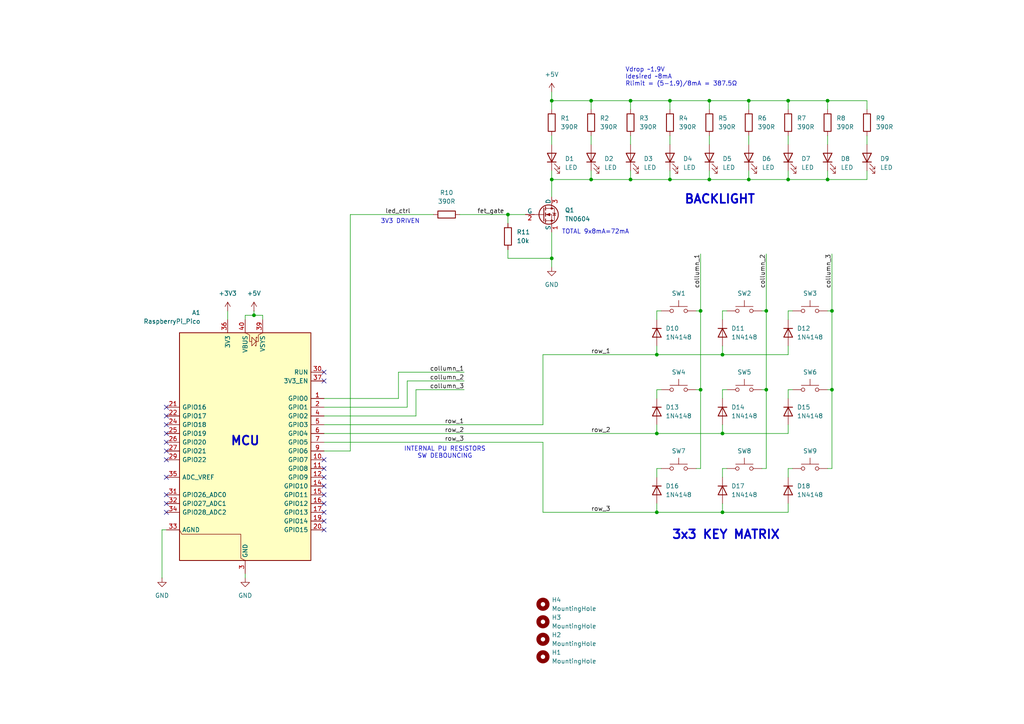
<source format=kicad_sch>
(kicad_sch (version 20250114) (generator "eeschema") (generator_version "9.0")
  (paper "A4")
  (title_block (title "${_PROJECT_}") (date "2025-05-21") (rev "${_REVISION_}") (company "${_COMPANY_}") (comment 1 "Designer: Rahma Ismail"))
  (lib_symbols
    (symbol "0_west_symbols:DIODE" (pin_numbers (hide yes)) (pin_names (offset 1.016) (hide yes))
      (property "Reference" "D" (at 0 2.54 0))
      (property "Value" "1N4148" (at 0 -2.54 0))
      (symbol "DIODE_0_1"
        (polyline (pts (xy -1.27 1.27) (xy -1.27 -1.27)) (stroke (width 0.254)))
        (polyline (pts (xy 1.27 1.27) (xy 1.27 -1.27) (xy -1.27 0) (xy 1.27 1.27)) (stroke (width 0.254)))
        (polyline (pts (xy 1.27 0) (xy -1.27 0)))
      )
      (symbol "DIODE_1_1"
        (pin passive line (at -3.81 0 0) (length 2.54) (name "K") (number "1"))
        (pin passive line (at 3.81 0 180) (length 2.54) (name "A") (number "2"))
      )
    )
    (symbol "0_west_symbols:LED" (pin_numbers (hide yes)) (pin_names (offset 1.016) (hide yes))
      (property "Reference" "D" (at 0 2.54 0))
      (property "Value" "LED" (at 0 -2.54 0))
      (symbol "LED_0_1"
        (polyline (pts (xy -3.048 -0.762) (xy -4.572 -2.286) (xy -3.81 -2.286) (xy -4.572 -2.286) (xy -4.572 -1.524)))
        (polyline (pts (xy -1.778 -0.762) (xy -3.302 -2.286) (xy -2.54 -2.286) (xy -3.302 -2.286) (xy -3.302 -1.524)))
        (polyline (pts (xy -1.27 0) (xy 1.27 0)))
        (polyline (pts (xy -1.27 -1.27) (xy -1.27 1.27)) (stroke (width 0.254)))
        (polyline (pts (xy 1.27 -1.27) (xy 1.27 1.27) (xy -1.27 0) (xy 1.27 -1.27)) (stroke (width 0.254)))
      )
      (symbol "LED_1_1"
        (pin passive line (at -3.81 0 0) (length 2.54) (name "K") (number "1"))
        (pin passive line (at 3.81 0 180) (length 2.54) (name "A") (number "2"))
      )
    )
    (symbol "0_west_symbols:NMOS" (pin_names (offset 0))
      (property "Reference" "Q" (at 5.08 1.27 0))
      (property "Value" "TN0604" (at 5.08 -1.27 0))
      (symbol "NMOS_0_1"
        (polyline (pts (xy 0.254 1.905) (xy 0.254 -1.905)) (stroke (width 0.254)))
        (polyline (pts (xy 0.254 0) (xy -2.54 0)))
        (polyline (pts (xy 0.762 2.286) (xy 0.762 1.27)) (stroke (width 0.254)))
        (polyline (pts (xy 0.762 0.508) (xy 0.762 -0.508)) (stroke (width 0.254)))
        (polyline (pts (xy 0.762 -1.27) (xy 0.762 -2.286)) (stroke (width 0.254)))
        (polyline (pts (xy 0.762 -1.778) (xy 3.302 -1.778) (xy 3.302 1.778) (xy 0.762 1.778)))
        (polyline (pts (xy 1.016 0) (xy 2.032 0.381) (xy 2.032 -0.381) (xy 1.016 0)) (fill (type outline)))
        (circle (center 1.651 0) (radius 2.794) (stroke (width 0.254)))
        (polyline (pts (xy 2.54 2.54) (xy 2.54 1.778)))
        (circle (center 2.54 1.778) (radius 0.254) (fill (type outline)))
        (circle (center 2.54 -1.778) (radius 0.254) (fill (type outline)))
        (polyline (pts (xy 2.54 -2.54) (xy 2.54 0) (xy 0.762 0)))
        (polyline (pts (xy 2.794 0.508) (xy 2.921 0.381) (xy 3.683 0.381) (xy 3.81 0.254)))
        (polyline (pts (xy 3.302 0.381) (xy 2.921 -0.254) (xy 3.683 -0.254) (xy 3.302 0.381)))
      )
      (symbol "NMOS_1_1"
        (pin input line (at -5.08 0 0) (length 2.54) (name "G") (number "2"))
        (pin passive line (at 2.54 5.08 270) (length 2.54) (name "D") (number "3"))
        (pin passive line (at 2.54 -5.08 90) (length 2.54) (name "S") (number "1"))
      )
    )
    (symbol "0_west_symbols:RaspberryPi_Pico" (pin_names (offset 0.762))
      (property "Reference" "A" (at -19.05 35.56 0))
      (property "Value" "RaspberryPi_Pico" (at 7.62 35.56 0))
      (symbol "RaspberryPi_Pico_0_1"
        (rectangle (start -19.05 34.29) (end 19.05 -31.75) (stroke (width 0.254)) (fill (type background)))
        (polyline (pts (xy -5.08 34.29) (xy -3.81 33.655) (xy -3.81 31.75) (xy -3.175 31.75)))
        (polyline (pts (xy -3.429 32.766) (xy -3.429 33.02) (xy -3.175 33.02) (xy -3.175 30.48) (xy -2.921 30.48) (xy -2.921 30.734)))
        (polyline (pts (xy -3.175 31.75) (xy -1.905 33.02) (xy -1.905 30.48) (xy -3.175 31.75)))
        (polyline (pts (xy 0 34.29) (xy -1.27 33.655) (xy -1.27 31.75) (xy -1.905 31.75)))
        (polyline (pts (xy 0 -31.75) (xy 1.27 -31.115) (xy 1.27 -24.13) (xy 18.415 -24.13) (xy 19.05 -22.86)))
      )
      (symbol "RaspberryPi_Pico_1_1"
        (pin passive line (at -22.86 22.86 0) (length 3.81) (name "RUN") (number "30"))
        (pin passive line (at -22.86 20.32 0) (length 3.81) (name "3V3_EN") (number "37"))
        (pin bidirectional line (at -22.86 15.24 0) (length 3.81) (name "GPIO0") (number "1"))
        (pin bidirectional line (at -22.86 12.7 0) (length 3.81) (name "GPIO1") (number "2"))
        (pin bidirectional line (at -22.86 10.16 0) (length 3.81) (name "GPIO2") (number "4"))
        (pin bidirectional line (at -22.86 7.62 0) (length 3.81) (name "GPIO3") (number "5"))
        (pin bidirectional line (at -22.86 5.08 0) (length 3.81) (name "GPIO4") (number "6"))
        (pin bidirectional line (at -22.86 2.54 0) (length 3.81) (name "GPIO5") (number "7"))
        (pin bidirectional line (at -22.86 0 0) (length 3.81) (name "GPIO6") (number "9"))
        (pin bidirectional line (at -22.86 -2.54 0) (length 3.81) (name "GPIO7") (number "10"))
        (pin bidirectional line (at -22.86 -5.08 0) (length 3.81) (name "GPIO8") (number "11"))
        (pin bidirectional line (at -22.86 -7.62 0) (length 3.81) (name "GPIO9") (number "12"))
        (pin bidirectional line (at -22.86 -10.16 0) (length 3.81) (name "GPIO10") (number "14"))
        (pin bidirectional line (at -22.86 -12.7 0) (length 3.81) (name "GPIO11") (number "15"))
        (pin bidirectional line (at -22.86 -15.24 0) (length 3.81) (name "GPIO12") (number "16"))
        (pin bidirectional line (at -22.86 -17.78 0) (length 3.81) (name "GPIO13") (number "17"))
        (pin bidirectional line (at -22.86 -20.32 0) (length 3.81) (name "GPIO14") (number "19"))
        (pin bidirectional line (at -22.86 -22.86 0) (length 3.81) (name "GPIO15") (number "20"))
        (pin power_in line (at -5.08 38.1 270) (length 3.81) (name "VSYS") (number "39"))
        (pin power_out line (at 0 38.1 270) (length 3.81) (name "VBUS") (number "40"))
        (pin passive line (at 0 -35.56 90) (length 3.81) (hide yes) (name "GND") (number "13"))
        (pin passive line (at 0 -35.56 90) (length 3.81) (hide yes) (name "GND") (number "18"))
        (pin passive line (at 0 -35.56 90) (length 3.81) (hide yes) (name "GND") (number "23"))
        (pin passive line (at 0 -35.56 90) (length 3.81) (hide yes) (name "GND") (number "28"))
        (pin power_out line (at 0 -35.56 90) (length 3.81) (name "GND") (number "3"))
        (pin passive line (at 0 -35.56 90) (length 3.81) (hide yes) (name "GND") (number "38"))
        (pin passive line (at 0 -35.56 90) (length 3.81) (hide yes) (name "GND") (number "8"))
        (pin power_out line (at 5.08 38.1 270) (length 3.81) (name "3V3") (number "36"))
        (pin bidirectional line (at 22.86 12.7 180) (length 3.81) (name "GPIO16") (number "21"))
        (pin bidirectional line (at 22.86 10.16 180) (length 3.81) (name "GPIO17") (number "22"))
        (pin bidirectional line (at 22.86 7.62 180) (length 3.81) (name "GPIO18") (number "24"))
        (pin bidirectional line (at 22.86 5.08 180) (length 3.81) (name "GPIO19") (number "25"))
        (pin bidirectional line (at 22.86 2.54 180) (length 3.81) (name "GPIO20") (number "26"))
        (pin bidirectional line (at 22.86 0 180) (length 3.81) (name "GPIO21") (number "27"))
        (pin bidirectional line (at 22.86 -2.54 180) (length 3.81) (name "GPIO22") (number "29"))
        (pin power_in line (at 22.86 -7.62 180) (length 3.81) (name "ADC_VREF") (number "35"))
        (pin bidirectional line (at 22.86 -12.7 180) (length 3.81) (name "GPIO26_ADC0") (number "31"))
        (pin bidirectional line (at 22.86 -15.24 180) (length 3.81) (name "GPIO27_ADC1") (number "32"))
        (pin bidirectional line (at 22.86 -17.78 180) (length 3.81) (name "GPIO28_ADC2") (number "34"))
        (pin power_out line (at 22.86 -22.86 180) (length 3.81) (name "AGND") (number "33"))
      )
    )
    (symbol "0_west_symbols:Resistor" (pin_numbers (hide yes)) (pin_names (offset 0))
      (property "Reference" "R" (at 2.032 0 90))
      (property "Value" "R" (at 0 0 90))
      (symbol "Resistor_0_1"
        (rectangle (start -1.016 -2.54) (end 1.016 2.54) (stroke (width 0.254)))
      )
      (symbol "Resistor_1_1"
        (pin passive line (at 0 3.81 270) (length 1.27) (name "~") (number "1"))
        (pin passive line (at 0 -3.81 90) (length 1.27) (name "~") (number "2"))
      )
    )
    (symbol "0_west_symbols:Switch_Push" (pin_numbers (hide yes)) (pin_names (offset 1.016) (hide yes))
      (property "Reference" "SW" (at 1.27 2.54 0))
      (symbol "Switch_Push_0_1"
        (circle (center -2.032 0) (radius 0.508))
        (polyline (pts (xy 0 1.27) (xy 0 3.048)))
        (circle (center 2.032 0) (radius 0.508))
        (polyline (pts (xy 2.54 1.27) (xy -2.54 1.27)))
        (pin passive line (at -5.08 0 0) (length 2.54) (name "1") (number "1"))
        (pin passive line (at 5.08 0 180) (length 2.54) (name "2") (number "2"))
      )
    )
    (symbol "Mechanical:MountingHole" (pin_names (offset 1.016)) (in_bom no)
      (property "Reference" "H" (at 0 5.08 0))
      (property "Value" "MountingHole" (at 0 3.175 0))
      (symbol "MountingHole_0_1"
        (circle (center 0 0) (radius 1.27) (stroke (width 1.27)))
      )
    )
    (symbol "power:+3V3" (power) (pin_numbers (hide yes)) (pin_names (offset 0) (hide yes))
      (property "Value" "+3V3" (at 0 3.556 0))
      (symbol "+3V3_0_1"
        (polyline (pts (xy -0.762 1.27) (xy 0 2.54)))
        (polyline (pts (xy 0 2.54) (xy 0.762 1.27)))
        (polyline (pts (xy 0 0) (xy 0 2.54)))
      )
      (symbol "+3V3_1_1"
        (pin power_in line (at 0 0 90) (length 0) (name "~") (number "1"))
      )
    )
    (symbol "power:+5V" (power) (pin_numbers (hide yes)) (pin_names (offset 0) (hide yes))
      (property "Value" "+5V" (at 0 3.556 0))
      (symbol "+5V_0_1"
        (polyline (pts (xy -0.762 1.27) (xy 0 2.54)))
        (polyline (pts (xy 0 2.54) (xy 0.762 1.27)))
        (polyline (pts (xy 0 0) (xy 0 2.54)))
      )
      (symbol "+5V_1_1"
        (pin power_in line (at 0 0 90) (length 0) (name "~") (number "1"))
      )
    )
    (symbol "power:GND" (power) (pin_numbers (hide yes)) (pin_names (offset 0) (hide yes))
      (property "Value" "GND" (at 0 -3.81 0))
      (symbol "GND_0_1"
        (polyline (pts (xy 0 0) (xy 0 -1.27) (xy 1.27 -1.27) (xy 0 -2.54) (xy -1.27 -1.27) (xy 0 -1.27)))
      )
      (symbol "GND_1_1"
        (pin power_in line (at 0 0 270) (length 0) (name "~") (number "1"))
      )
    )
  )
  (text "MCU" (at 71.12 128.016 0) (effects (font (size 2.54 2.54) (thickness 0.508) (bold yes))))
  (text "3V3 DRIVEN" (at 116.078 64.262 0) (effects (font (size 1.27 1.27))))
  (text "3x3 KEY MATRIX" (at 210.566 155.194 0) (effects (font (size 2.54 2.54) (thickness 0.508) (bold yes))))
  (text "BACKLIGHT" (at 208.788 57.912 0) (effects (font (size 2.54 2.54) (thickness 0.508) (bold yes))))
  (text "TOTAL 9x8mA=72mA" (at 172.72 67.31 0) (effects (font (size 1.27 1.27))))
  (text "Vdrop ~1.9V\nIdesired ~8mA\nRlimit = (5-1.9)/8mA = 387.5Ω" (at 181.356 22.352 0) (effects (font (size 1.27 1.27)) (justify left)))
  (text "INTERNAL PU RESISTORS\nSW DEBOUNCING" (at 129.032 131.318 0) (effects (font (size 1.27 1.27))))
  (junction (at 205.74 29.21))
  (junction (at 217.17 29.21))
  (junction (at 160.02 74.93))
  (junction (at 190.5 102.87))
  (junction (at 160.02 52.07))
  (junction (at 190.5 148.59))
  (junction (at 240.03 52.07))
  (junction (at 205.74 52.07))
  (junction (at 209.55 102.87))
  (junction (at 241.3 90.17))
  (junction (at 241.3 113.03))
  (junction (at 194.31 29.21))
  (junction (at 203.2 90.17))
  (junction (at 194.31 52.07))
  (junction (at 190.5 125.73))
  (junction (at 228.6 29.21))
  (junction (at 222.25 113.03))
  (junction (at 182.88 52.07))
  (junction (at 217.17 52.07))
  (junction (at 160.02 29.21))
  (junction (at 240.03 29.21))
  (junction (at 209.55 125.73))
  (junction (at 147.32 62.23))
  (junction (at 228.6 52.07))
  (junction (at 182.88 29.21))
  (junction (at 222.25 90.17))
  (junction (at 73.66 91.44))
  (junction (at 171.45 29.21))
  (junction (at 203.2 113.03))
  (junction (at 209.55 148.59))
  (junction (at 171.45 52.07))
  (no_connect (at 48.26 146.05))
  (no_connect (at 48.26 123.19))
  (no_connect (at 93.98 148.59))
  (no_connect (at 48.26 120.65))
  (no_connect (at 48.26 130.81))
  (no_connect (at 48.26 133.35))
  (no_connect (at 93.98 153.67))
  (no_connect (at 93.98 140.97))
  (no_connect (at 48.26 128.27))
  (no_connect (at 48.26 125.73))
  (no_connect (at 93.98 143.51))
  (no_connect (at 93.98 133.35))
  (no_connect (at 93.98 151.13))
  (no_connect (at 48.26 118.11))
  (no_connect (at 48.26 148.59))
  (no_connect (at 93.98 146.05))
  (no_connect (at 93.98 110.49))
  (no_connect (at 48.26 138.43))
  (no_connect (at 48.26 143.51))
  (no_connect (at 93.98 107.95))
  (no_connect (at 93.98 138.43))
  (no_connect (at 93.98 135.89))
  (wire (pts (xy 217.17 29.21) (xy 217.17 31.75)))
  (wire (pts (xy 209.55 123.19) (xy 209.55 125.73)))
  (wire (pts (xy 201.93 113.03) (xy 203.2 113.03)))
  (wire (pts (xy 209.55 90.17) (xy 210.82 90.17)))
  (wire (pts (xy 209.55 113.03) (xy 210.82 113.03)))
  (wire (pts (xy 160.02 52.07) (xy 160.02 57.15)))
  (wire (pts (xy 133.35 62.23) (xy 147.32 62.23)))
  (wire (pts (xy 209.55 125.73) (xy 228.6 125.73)))
  (wire (pts (xy 209.55 92.71) (xy 209.55 90.17)))
  (wire (pts (xy 171.45 29.21) (xy 171.45 31.75)))
  (wire (pts (xy 228.6 100.33) (xy 228.6 102.87)))
  (wire (pts (xy 203.2 90.17) (xy 203.2 113.03)))
  (wire (pts (xy 205.74 29.21) (xy 205.74 31.75)))
  (wire (pts (xy 171.45 52.07) (xy 182.88 52.07)))
  (wire (pts (xy 209.55 100.33) (xy 209.55 102.87)))
  (wire (pts (xy 160.02 29.21) (xy 171.45 29.21)))
  (wire (pts (xy 115.57 115.57) (xy 93.98 115.57)))
  (wire (pts (xy 46.99 167.64) (xy 46.99 153.67)))
  (wire (pts (xy 147.32 62.23) (xy 147.32 64.77)))
  (wire (pts (xy 241.3 73.66) (xy 241.3 90.17)))
  (wire (pts (xy 220.98 135.89) (xy 222.25 135.89)))
  (wire (pts (xy 115.57 107.95) (xy 115.57 115.57)))
  (wire (pts (xy 228.6 113.03) (xy 229.87 113.03)))
  (wire (pts (xy 101.6 62.23) (xy 125.73 62.23)))
  (wire (pts (xy 73.66 91.44) (xy 76.2 91.44)))
  (wire (pts (xy 228.6 90.17) (xy 229.87 90.17)))
  (wire (pts (xy 160.02 49.53) (xy 160.02 52.07)))
  (wire (pts (xy 222.25 90.17) (xy 222.25 113.03)))
  (wire (pts (xy 240.03 39.37) (xy 240.03 41.91)))
  (wire (pts (xy 190.5 125.73) (xy 209.55 125.73)))
  (wire (pts (xy 251.46 49.53) (xy 251.46 52.07)))
  (wire (pts (xy 120.65 120.65) (xy 93.98 120.65)))
  (wire (pts (xy 217.17 52.07) (xy 228.6 52.07)))
  (wire (pts (xy 147.32 72.39) (xy 147.32 74.93)))
  (wire (pts (xy 228.6 138.43) (xy 228.6 135.89)))
  (wire (pts (xy 201.93 90.17) (xy 203.2 90.17)))
  (wire (pts (xy 205.74 29.21) (xy 217.17 29.21)))
  (wire (pts (xy 240.03 29.21) (xy 240.03 31.75)))
  (wire (pts (xy 93.98 123.19) (xy 157.48 123.19)))
  (wire (pts (xy 228.6 39.37) (xy 228.6 41.91)))
  (wire (pts (xy 118.11 110.49) (xy 118.11 118.11)))
  (wire (pts (xy 228.6 135.89) (xy 229.87 135.89)))
  (wire (pts (xy 220.98 90.17) (xy 222.25 90.17)))
  (wire (pts (xy 217.17 49.53) (xy 217.17 52.07)))
  (wire (pts (xy 160.02 74.93) (xy 160.02 77.47)))
  (wire (pts (xy 171.45 49.53) (xy 171.45 52.07)))
  (wire (pts (xy 228.6 29.21) (xy 228.6 31.75)))
  (wire (pts (xy 160.02 29.21) (xy 160.02 31.75)))
  (wire (pts (xy 190.5 123.19) (xy 190.5 125.73)))
  (wire (pts (xy 71.12 166.37) (xy 71.12 167.64)))
  (wire (pts (xy 205.74 39.37) (xy 205.74 41.91)))
  (wire (pts (xy 46.99 153.67) (xy 48.26 153.67)))
  (wire (pts (xy 182.88 29.21) (xy 182.88 31.75)))
  (wire (pts (xy 182.88 29.21) (xy 194.31 29.21)))
  (wire (pts (xy 182.88 39.37) (xy 182.88 41.91)))
  (wire (pts (xy 160.02 52.07) (xy 171.45 52.07)))
  (wire (pts (xy 118.11 110.49) (xy 134.62 110.49)))
  (wire (pts (xy 66.04 90.17) (xy 66.04 92.71)))
  (wire (pts (xy 240.03 29.21) (xy 251.46 29.21)))
  (wire (pts (xy 182.88 49.53) (xy 182.88 52.07)))
  (wire (pts (xy 190.5 90.17) (xy 191.77 90.17)))
  (wire (pts (xy 209.55 135.89) (xy 210.82 135.89)))
  (wire (pts (xy 209.55 102.87) (xy 228.6 102.87)))
  (wire (pts (xy 160.02 26.67) (xy 160.02 29.21)))
  (wire (pts (xy 115.57 107.95) (xy 134.62 107.95)))
  (wire (pts (xy 241.3 90.17) (xy 241.3 113.03)))
  (wire (pts (xy 194.31 39.37) (xy 194.31 41.91)))
  (wire (pts (xy 147.32 74.93) (xy 160.02 74.93)))
  (wire (pts (xy 240.03 52.07) (xy 251.46 52.07)))
  (wire (pts (xy 251.46 29.21) (xy 251.46 31.75)))
  (wire (pts (xy 157.48 128.27) (xy 157.48 148.59)))
  (wire (pts (xy 160.02 67.31) (xy 160.02 74.93)))
  (wire (pts (xy 205.74 52.07) (xy 217.17 52.07)))
  (wire (pts (xy 228.6 29.21) (xy 240.03 29.21)))
  (wire (pts (xy 228.6 115.57) (xy 228.6 113.03)))
  (wire (pts (xy 251.46 39.37) (xy 251.46 41.91)))
  (wire (pts (xy 194.31 29.21) (xy 194.31 31.75)))
  (wire (pts (xy 190.5 138.43) (xy 190.5 135.89)))
  (wire (pts (xy 228.6 52.07) (xy 240.03 52.07)))
  (wire (pts (xy 201.93 135.89) (xy 203.2 135.89)))
  (wire (pts (xy 220.98 113.03) (xy 222.25 113.03)))
  (wire (pts (xy 240.03 90.17) (xy 241.3 90.17)))
  (wire (pts (xy 160.02 39.37) (xy 160.02 41.91)))
  (wire (pts (xy 228.6 146.05) (xy 228.6 148.59)))
  (wire (pts (xy 190.5 100.33) (xy 190.5 102.87)))
  (wire (pts (xy 157.48 123.19) (xy 157.48 102.87)))
  (wire (pts (xy 190.5 102.87) (xy 209.55 102.87)))
  (wire (pts (xy 240.03 135.89) (xy 241.3 135.89)))
  (wire (pts (xy 228.6 92.71) (xy 228.6 90.17)))
  (wire (pts (xy 241.3 113.03) (xy 241.3 135.89)))
  (wire (pts (xy 222.25 73.66) (xy 222.25 90.17)))
  (wire (pts (xy 190.5 113.03) (xy 191.77 113.03)))
  (wire (pts (xy 203.2 73.66) (xy 203.2 90.17)))
  (wire (pts (xy 171.45 29.21) (xy 182.88 29.21)))
  (wire (pts (xy 93.98 125.73) (xy 190.5 125.73)))
  (wire (pts (xy 101.6 130.81) (xy 101.6 62.23)))
  (wire (pts (xy 205.74 49.53) (xy 205.74 52.07)))
  (wire (pts (xy 152.4 62.23) (xy 147.32 62.23)))
  (wire (pts (xy 194.31 49.53) (xy 194.31 52.07)))
  (wire (pts (xy 194.31 29.21) (xy 205.74 29.21)))
  (wire (pts (xy 190.5 92.71) (xy 190.5 90.17)))
  (wire (pts (xy 222.25 113.03) (xy 222.25 135.89)))
  (wire (pts (xy 240.03 49.53) (xy 240.03 52.07)))
  (wire (pts (xy 71.12 92.71) (xy 71.12 91.44)))
  (wire (pts (xy 118.11 118.11) (xy 93.98 118.11)))
  (wire (pts (xy 93.98 128.27) (xy 157.48 128.27)))
  (wire (pts (xy 93.98 130.81) (xy 101.6 130.81)))
  (wire (pts (xy 73.66 90.17) (xy 73.66 91.44)))
  (wire (pts (xy 71.12 91.44) (xy 73.66 91.44)))
  (wire (pts (xy 194.31 52.07) (xy 205.74 52.07)))
  (wire (pts (xy 157.48 148.59) (xy 190.5 148.59)))
  (wire (pts (xy 209.55 138.43) (xy 209.55 135.89)))
  (wire (pts (xy 209.55 146.05) (xy 209.55 148.59)))
  (wire (pts (xy 209.55 148.59) (xy 228.6 148.59)))
  (wire (pts (xy 190.5 148.59) (xy 209.55 148.59)))
  (wire (pts (xy 76.2 91.44) (xy 76.2 92.71)))
  (wire (pts (xy 157.48 102.87) (xy 190.5 102.87)))
  (wire (pts (xy 209.55 115.57) (xy 209.55 113.03)))
  (wire (pts (xy 190.5 115.57) (xy 190.5 113.03)))
  (wire (pts (xy 171.45 39.37) (xy 171.45 41.91)))
  (wire (pts (xy 240.03 113.03) (xy 241.3 113.03)))
  (wire (pts (xy 190.5 135.89) (xy 191.77 135.89)))
  (wire (pts (xy 203.2 113.03) (xy 203.2 135.89)))
  (wire (pts (xy 120.65 113.03) (xy 120.65 120.65)))
  (wire (pts (xy 228.6 123.19) (xy 228.6 125.73)))
  (wire (pts (xy 190.5 146.05) (xy 190.5 148.59)))
  (wire (pts (xy 182.88 52.07) (xy 194.31 52.07)))
  (wire (pts (xy 120.65 113.03) (xy 134.62 113.03)))
  (wire (pts (xy 217.17 39.37) (xy 217.17 41.91)))
  (wire (pts (xy 217.17 29.21) (xy 228.6 29.21)))
  (wire (pts (xy 228.6 49.53) (xy 228.6 52.07)))
  (label "led_ctrl" (at 111.76 62.23 0))
  (label "collumn_2" (at 134.62 110.49 180))
  (label "collumn_3" (at 241.3 73.66 270))
  (label "row_3" (at 134.62 128.27 180))
  (label "row_3" (at 171.45 148.59 0))
  (label "row_1" (at 134.62 123.19 180))
  (label "row_2" (at 171.45 125.73 0))
  (label "fet_gate" (at 138.43 62.23 0))
  (label "collumn_2" (at 222.25 73.66 270))
  (label "collumn_1" (at 203.2 73.66 270))
  (label "collumn_1" (at 134.62 107.95 180))
  (label "row_2" (at 134.62 125.73 180))
  (label "row_1" (at 171.45 102.87 0))
  (label "collumn_3" (at 134.62 113.03 180))
  (symbol (lib_id "0_west_symbols:LED") (at 160.02 45.72 90) (unit 1)
    (property "Reference" "D1" (at 163.83 46.0374 90) (effects (justify right)))
    (property "Value" "LED" (at 163.83 48.5774 90) (effects (justify right)))
    (property "Footprint" "0_west_footprints:Kingbright_WP914x" (effects (hide yes)))
    (property "Datasheet" "https://www.kingbrightusa.com/images/catalog/SPEC/WP914GDT.pdf" (effects (hide yes)))
    (property "Description" "Light emitting diode, Kingbright_WP914x" (effects (hide yes)))
  )
  (symbol (lib_id "0_west_symbols:DIODE") (at 190.5 142.24 270) (unit 1)
    (property "Reference" "D16" (at 193.04 140.9699 90) (effects (justify left)))
    (property "Value" "1N4148" (at 193.04 143.5099 90) (effects (justify left)))
    (property "Footprint" "Diode_THT:D_DO-35_SOD27_P7.62mm_Horizontal" (effects (hide yes)))
    (property "Datasheet" "https://www.vishay.com/docs/81857/1n4148.pdf" (effects (hide yes)))
    (property "Description" "Small Signal Fast Switching Diodes" (effects (hide yes)))
  )
  (symbol (lib_id "0_west_symbols:Resistor") (at 217.17 35.56 0) (unit 1)
    (property "Reference" "R6" (at 219.71 34.2899 0) (effects (justify left)))
    (property "Value" "390R" (at 219.71 36.8299 0) (effects (justify left)))
    (property "Footprint" "Resistor_THT:R_Axial_DIN0204_L3.6mm_D1.6mm_P5.08mm_Horizontal" (effects (hide yes)))
    (property "Description" "Resistor" (effects (hide yes)))
  )
  (symbol (lib_id "0_west_symbols:NMOS") (at 157.48 62.23 0) (unit 1)
    (property "Reference" "Q1" (at 163.83 60.9599 0) (effects (justify left)))
    (property "Value" "TN0604" (at 163.83 63.4999 0) (effects (justify left)))
    (property "Footprint" "Package_TO_SOT_THT:TO-92L_Inline" (effects (hide yes)))
    (property "Datasheet" "https://ww1.microchip.com/downloads/aemDocuments/documents/APID/ProductDocuments/DataSheets/TN0604-N-Channel-Enhancement-Mode-Vertical-DMOS-FET-Data-Sheet-20005934A.pdf" (effects (hide yes)))
    (property "Description" "N-MOSFET transistor, drain/source/gate" (effects (hide yes)))
  )
  (symbol (lib_id "0_west_symbols:Switch_Push") (at 196.85 135.89 0) (unit 1)
    (property "Reference" "SW7" (at 196.85 130.81 0))
    (property "Value" "switch_1.00u" (effects (hide yes)))
    (property "Footprint" "0_west_footprints:SW_Cherry_MX_PCB_1.00u" (effects (hide yes)))
    (property "Description" "Push button switch, Cherry_MX_PCB_1.00u, Soldered" (effects (hide yes)))
  )
  (symbol (lib_id "0_west_symbols:Resistor") (at 194.31 35.56 0) (unit 1)
    (property "Reference" "R4" (at 196.85 34.2899 0) (effects (justify left)))
    (property "Value" "390R" (at 196.85 36.8299 0) (effects (justify left)))
    (property "Footprint" "Resistor_THT:R_Axial_DIN0204_L3.6mm_D1.6mm_P5.08mm_Horizontal" (effects (hide yes)))
    (property "Description" "Resistor" (effects (hide yes)))
  )
  (symbol (lib_id "0_west_symbols:Switch_Push") (at 215.9 135.89 0) (unit 1)
    (property "Reference" "SW8" (at 215.9 130.81 0))
    (property "Value" "switch_1.00u" (effects (hide yes)))
    (property "Footprint" "0_west_footprints:SW_Cherry_MX_PCB_1.00u" (effects (hide yes)))
    (property "Description" "Push button switch, Cherry_MX_PCB_1.00u, Soldered" (effects (hide yes)))
  )
  (symbol (lib_id "0_west_symbols:DIODE") (at 228.6 119.38 270) (unit 1)
    (property "Reference" "D15" (at 231.14 118.1099 90) (effects (justify left)))
    (property "Value" "1N4148" (at 231.14 120.6499 90) (effects (justify left)))
    (property "Footprint" "Diode_THT:D_DO-35_SOD27_P7.62mm_Horizontal" (effects (hide yes)))
    (property "Datasheet" "https://www.vishay.com/docs/81857/1n4148.pdf" (effects (hide yes)))
    (property "Description" "Small Signal Fast Switching Diodes" (effects (hide yes)))
  )
  (symbol (lib_id "0_west_symbols:Resistor") (at 251.46 35.56 0) (unit 1)
    (property "Reference" "R9" (at 254 34.2899 0) (effects (justify left)))
    (property "Value" "390R" (at 254 36.8299 0) (effects (justify left)))
    (property "Footprint" "Resistor_THT:R_Axial_DIN0204_L3.6mm_D1.6mm_P5.08mm_Horizontal" (effects (hide yes)))
    (property "Description" "Resistor" (effects (hide yes)))
  )
  (symbol (lib_id "0_west_symbols:Resistor") (at 171.45 35.56 0) (unit 1)
    (property "Reference" "R2" (at 173.99 34.2899 0) (effects (justify left)))
    (property "Value" "390R" (at 173.99 36.8299 0) (effects (justify left)))
    (property "Footprint" "Resistor_THT:R_Axial_DIN0204_L3.6mm_D1.6mm_P5.08mm_Horizontal" (effects (hide yes)))
    (property "Description" "Resistor" (effects (hide yes)))
  )
  (symbol (lib_id "Mechanical:MountingHole") (at 157.48 185.42 0) (unit 1) (in_bom no)
    (property "Reference" "H2" (at 160.02 184.1499 0) (effects (justify left)))
    (property "Value" "MountingHole" (at 160.02 186.6899 0) (effects (justify left)))
    (property "Footprint" "0_west_footprints:MountingHole_M2" (effects (hide yes)))
    (property "Description" "Mounting Hole without connection" (effects (hide yes)))
  )
  (symbol (lib_id "0_west_symbols:Switch_Push") (at 196.85 90.17 0) (unit 1)
    (property "Reference" "SW1" (at 196.85 85.09 0))
    (property "Value" "switch_1.00u" (effects (hide yes)))
    (property "Footprint" "0_west_footprints:SW_Cherry_MX_PCB_1.00u" (effects (hide yes)))
    (property "Description" "Push button switch, Cherry_MX_PCB_1.00u, Soldered" (effects (hide yes)))
  )
  (symbol (lib_id "power:+3V3") (at 66.04 90.17 0) (unit 1)
    (property "Reference" "#PWR04" (effects (hide yes)))
    (property "Value" "+3V3" (at 66.04 85.09 0))
    (property "Description" "Power symbol creates a global label with name \"+3V3\"" (effects (hide yes)))
  )
  (symbol (lib_id "0_west_symbols:Resistor") (at 160.02 35.56 0) (unit 1)
    (property "Reference" "R1" (at 162.56 34.2899 0) (effects (justify left)))
    (property "Value" "390R" (at 162.56 36.8299 0) (effects (justify left)))
    (property "Footprint" "Resistor_THT:R_Axial_DIN0204_L3.6mm_D1.6mm_P5.08mm_Horizontal" (effects (hide yes)))
    (property "Description" "Resistor" (effects (hide yes)))
  )
  (symbol (lib_id "0_west_symbols:LED") (at 205.74 45.72 90) (unit 1)
    (property "Reference" "D5" (at 209.55 46.0374 90) (effects (justify right)))
    (property "Value" "LED" (at 209.55 48.5774 90) (effects (justify right)))
    (property "Footprint" "0_west_footprints:Kingbright_WP914x" (effects (hide yes)))
    (property "Datasheet" "https://www.kingbrightusa.com/images/catalog/SPEC/WP914GDT.pdf" (effects (hide yes)))
    (property "Description" "Light emitting diode, Kingbright_WP914x" (effects (hide yes)))
  )
  (symbol (lib_id "0_west_symbols:DIODE") (at 209.55 119.38 270) (unit 1)
    (property "Reference" "D14" (at 212.09 118.1099 90) (effects (justify left)))
    (property "Value" "1N4148" (at 212.09 120.6499 90) (effects (justify left)))
    (property "Footprint" "Diode_THT:D_DO-35_SOD27_P7.62mm_Horizontal" (effects (hide yes)))
    (property "Datasheet" "https://www.vishay.com/docs/81857/1n4148.pdf" (effects (hide yes)))
    (property "Description" "Small Signal Fast Switching Diodes" (effects (hide yes)))
  )
  (symbol (lib_id "0_west_symbols:Switch_Push") (at 196.85 113.03 0) (unit 1)
    (property "Reference" "SW4" (at 196.85 107.95 0))
    (property "Value" "switch_1.00u" (effects (hide yes)))
    (property "Footprint" "0_west_footprints:SW_Cherry_MX_PCB_1.00u" (effects (hide yes)))
    (property "Description" "Push button switch, Cherry_MX_PCB_1.00u, Soldered" (effects (hide yes)))
  )
  (symbol (lib_id "0_west_symbols:LED") (at 182.88 45.72 90) (unit 1)
    (property "Reference" "D3" (at 186.69 46.0374 90) (effects (justify right)))
    (property "Value" "LED" (at 186.69 48.5774 90) (effects (justify right)))
    (property "Footprint" "0_west_footprints:Kingbright_WP914x" (effects (hide yes)))
    (property "Datasheet" "https://www.kingbrightusa.com/images/catalog/SPEC/WP914GDT.pdf" (effects (hide yes)))
    (property "Description" "Light emitting diode, Kingbright_WP914x" (effects (hide yes)))
  )
  (symbol (lib_id "0_west_symbols:Resistor") (at 147.32 68.58 0) (unit 1)
    (property "Reference" "R11" (at 149.86 67.3099 0) (effects (justify left)))
    (property "Value" "10k" (at 149.86 69.8499 0) (effects (justify left)))
    (property "Footprint" "Resistor_THT:R_Axial_DIN0204_L3.6mm_D1.6mm_P5.08mm_Horizontal" (effects (hide yes)))
    (property "Description" "Resistor" (effects (hide yes)))
  )
  (symbol (lib_id "power:+5V") (at 73.66 90.17 0) (unit 1)
    (property "Reference" "#PWR03" (effects (hide yes)))
    (property "Value" "+5V" (at 73.66 85.09 0))
    (property "Description" "Power symbol creates a global label with name \"+5V\"" (effects (hide yes)))
  )
  (symbol (lib_id "Mechanical:MountingHole") (at 157.48 190.5 0) (unit 1) (in_bom no)
    (property "Reference" "H1" (at 160.02 189.2299 0) (effects (justify left)))
    (property "Value" "MountingHole" (at 160.02 191.7699 0) (effects (justify left)))
    (property "Footprint" "0_west_footprints:MountingHole_M2" (effects (hide yes)))
    (property "Description" "Mounting Hole without connection" (effects (hide yes)))
  )
  (symbol (lib_id "0_west_symbols:DIODE") (at 190.5 119.38 270) (unit 1)
    (property "Reference" "D13" (at 193.04 118.1099 90) (effects (justify left)))
    (property "Value" "1N4148" (at 193.04 120.6499 90) (effects (justify left)))
    (property "Footprint" "Diode_THT:D_DO-35_SOD27_P7.62mm_Horizontal" (effects (hide yes)))
    (property "Datasheet" "https://www.vishay.com/docs/81857/1n4148.pdf" (effects (hide yes)))
    (property "Description" "Small Signal Fast Switching Diodes" (effects (hide yes)))
  )
  (symbol (lib_id "0_west_symbols:DIODE") (at 209.55 96.52 270) (unit 1)
    (property "Reference" "D11" (at 212.09 95.2499 90) (effects (justify left)))
    (property "Value" "1N4148" (at 212.09 97.7899 90) (effects (justify left)))
    (property "Footprint" "Diode_THT:D_DO-35_SOD27_P7.62mm_Horizontal" (effects (hide yes)))
    (property "Datasheet" "https://www.vishay.com/docs/81857/1n4148.pdf" (effects (hide yes)))
    (property "Description" "Small Signal Fast Switching Diodes" (effects (hide yes)))
  )
  (symbol (lib_id "0_west_symbols:Switch_Push") (at 234.95 135.89 0) (unit 1)
    (property "Reference" "SW9" (at 234.95 130.81 0))
    (property "Value" "switch_1.00u" (effects (hide yes)))
    (property "Footprint" "0_west_footprints:SW_Cherry_MX_PCB_1.00u" (effects (hide yes)))
    (property "Description" "Push button switch, Cherry_MX_PCB_1.00u, Soldered" (effects (hide yes)))
  )
  (symbol (lib_id "0_west_symbols:Switch_Push") (at 215.9 113.03 0) (unit 1)
    (property "Reference" "SW5" (at 215.9 107.95 0))
    (property "Value" "switch_1.00u" (effects (hide yes)))
    (property "Footprint" "0_west_footprints:SW_Cherry_MX_PCB_1.00u" (effects (hide yes)))
    (property "Description" "Push button switch, Cherry_MX_PCB_1.00u, Soldered" (effects (hide yes)))
  )
  (symbol (lib_id "0_west_symbols:Resistor") (at 205.74 35.56 0) (unit 1)
    (property "Reference" "R5" (at 208.28 34.2899 0) (effects (justify left)))
    (property "Value" "390R" (at 208.28 36.8299 0) (effects (justify left)))
    (property "Footprint" "Resistor_THT:R_Axial_DIN0204_L3.6mm_D1.6mm_P5.08mm_Horizontal" (effects (hide yes)))
    (property "Description" "Resistor" (effects (hide yes)))
  )
  (symbol (lib_id "0_west_symbols:LED") (at 171.45 45.72 90) (unit 1)
    (property "Reference" "D2" (at 175.26 46.0374 90) (effects (justify right)))
    (property "Value" "LED" (at 175.26 48.5774 90) (effects (justify right)))
    (property "Footprint" "0_west_footprints:Kingbright_WP914x" (effects (hide yes)))
    (property "Datasheet" "https://www.kingbrightusa.com/images/catalog/SPEC/WP914GDT.pdf" (effects (hide yes)))
    (property "Description" "Light emitting diode, Kingbright_WP914x" (effects (hide yes)))
  )
  (symbol (lib_id "0_west_symbols:Switch_Push") (at 234.95 113.03 0) (unit 1)
    (property "Reference" "SW6" (at 234.95 107.95 0))
    (property "Value" "switch_1.00u" (effects (hide yes)))
    (property "Footprint" "0_west_footprints:SW_Cherry_MX_PCB_1.00u" (effects (hide yes)))
    (property "Description" "Push button switch, Cherry_MX_PCB_1.00u, Soldered" (effects (hide yes)))
  )
  (symbol (lib_id "0_west_symbols:DIODE") (at 228.6 142.24 270) (unit 1)
    (property "Reference" "D18" (at 231.14 140.9699 90) (effects (justify left)))
    (property "Value" "1N4148" (at 231.14 143.5099 90) (effects (justify left)))
    (property "Footprint" "Diode_THT:D_DO-35_SOD27_P7.62mm_Horizontal" (effects (hide yes)))
    (property "Datasheet" "https://www.vishay.com/docs/81857/1n4148.pdf" (effects (hide yes)))
    (property "Description" "Small Signal Fast Switching Diodes" (effects (hide yes)))
  )
  (symbol (lib_id "power:GND") (at 160.02 77.47 0) (unit 1)
    (property "Reference" "#PWR02" (effects (hide yes)))
    (property "Value" "GND" (at 160.02 82.55 0))
    (property "Description" "Power symbol creates a global label with name \"GND\" , ground" (effects (hide yes)))
  )
  (symbol (lib_id "power:+5V") (at 160.02 26.67 0) (unit 1)
    (property "Reference" "#PWR01" (effects (hide yes)))
    (property "Value" "+5V" (at 160.02 21.59 0))
    (property "Description" "Power symbol creates a global label with name \"+5V\"" (effects (hide yes)))
  )
  (symbol (lib_id "0_west_symbols:Resistor") (at 182.88 35.56 0) (unit 1)
    (property "Reference" "R3" (at 185.42 34.2899 0) (effects (justify left)))
    (property "Value" "390R" (at 185.42 36.8299 0) (effects (justify left)))
    (property "Footprint" "Resistor_THT:R_Axial_DIN0204_L3.6mm_D1.6mm_P5.08mm_Horizontal" (effects (hide yes)))
    (property "Description" "Resistor" (effects (hide yes)))
  )
  (symbol (lib_id "0_west_symbols:LED") (at 251.46 45.72 90) (unit 1)
    (property "Reference" "D9" (at 255.27 46.0374 90) (effects (justify right)))
    (property "Value" "LED" (at 255.27 48.5774 90) (effects (justify right)))
    (property "Footprint" "0_west_footprints:Kingbright_WP914x" (effects (hide yes)))
    (property "Datasheet" "https://www.kingbrightusa.com/images/catalog/SPEC/WP914GDT.pdf" (effects (hide yes)))
    (property "Description" "Light emitting diode, Kingbright_WP914x" (effects (hide yes)))
  )
  (symbol (lib_id "0_west_symbols:Switch_Push") (at 234.95 90.17 0) (unit 1)
    (property "Reference" "SW3" (at 234.95 85.09 0))
    (property "Value" "switch_1.00u" (effects (hide yes)))
    (property "Footprint" "0_west_footprints:SW_Cherry_MX_PCB_1.00u" (effects (hide yes)))
    (property "Description" "Push button switch, Cherry_MX_PCB_1.00u, Soldered" (effects (hide yes)))
  )
  (symbol (lib_id "power:GND") (at 46.99 167.64 0) (unit 1)
    (property "Reference" "#PWR06" (effects (hide yes)))
    (property "Value" "GND" (at 46.99 172.72 0))
    (property "Description" "Power symbol creates a global label with name \"GND\" , ground" (effects (hide yes)))
  )
  (symbol (lib_id "0_west_symbols:DIODE") (at 209.55 142.24 270) (unit 1)
    (property "Reference" "D17" (at 212.09 140.9699 90) (effects (justify left)))
    (property "Value" "1N4148" (at 212.09 143.5099 90) (effects (justify left)))
    (property "Footprint" "Diode_THT:D_DO-35_SOD27_P7.62mm_Horizontal" (effects (hide yes)))
    (property "Datasheet" "https://www.vishay.com/docs/81857/1n4148.pdf" (effects (hide yes)))
    (property "Description" "Small Signal Fast Switching Diodes" (effects (hide yes)))
  )
  (symbol (lib_id "0_west_symbols:LED") (at 217.17 45.72 90) (unit 1)
    (property "Reference" "D6" (at 220.98 46.0374 90) (effects (justify right)))
    (property "Value" "LED" (at 220.98 48.5774 90) (effects (justify right)))
    (property "Footprint" "0_west_footprints:Kingbright_WP914x" (effects (hide yes)))
    (property "Datasheet" "https://www.kingbrightusa.com/images/catalog/SPEC/WP914GDT.pdf" (effects (hide yes)))
    (property "Description" "Light emitting diode, Kingbright_WP914x" (effects (hide yes)))
  )
  (symbol (lib_id "0_west_symbols:LED") (at 194.31 45.72 90) (unit 1)
    (property "Reference" "D4" (at 198.12 46.0374 90) (effects (justify right)))
    (property "Value" "LED" (at 198.12 48.5774 90) (effects (justify right)))
    (property "Footprint" "0_west_footprints:Kingbright_WP914x" (effects (hide yes)))
    (property "Datasheet" "https://www.kingbrightusa.com/images/catalog/SPEC/WP914GDT.pdf" (effects (hide yes)))
    (property "Description" "Light emitting diode, Kingbright_WP914x" (effects (hide yes)))
  )
  (symbol (lib_id "Mechanical:MountingHole") (at 157.48 175.26 0) (unit 1) (in_bom no)
    (property "Reference" "H4" (at 160.02 173.9899 0) (effects (justify left)))
    (property "Value" "MountingHole" (at 160.02 176.5299 0) (effects (justify left)))
    (property "Footprint" "0_west_footprints:MountingHole_M2" (effects (hide yes)))
    (property "Description" "Mounting Hole without connection" (effects (hide yes)))
  )
  (symbol (lib_id "Mechanical:MountingHole") (at 157.48 180.34 0) (unit 1) (in_bom no)
    (property "Reference" "H3" (at 160.02 179.0699 0) (effects (justify left)))
    (property "Value" "MountingHole" (at 160.02 181.6099 0) (effects (justify left)))
    (property "Footprint" "0_west_footprints:MountingHole_M2" (effects (hide yes)))
    (property "Description" "Mounting Hole without connection" (effects (hide yes)))
  )
  (symbol (lib_id "0_west_symbols:LED") (at 228.6 45.72 90) (unit 1)
    (property "Reference" "D7" (at 232.41 46.0374 90) (effects (justify right)))
    (property "Value" "LED" (at 232.41 48.5774 90) (effects (justify right)))
    (property "Footprint" "0_west_footprints:Kingbright_WP914x" (effects (hide yes)))
    (property "Datasheet" "https://www.kingbrightusa.com/images/catalog/SPEC/WP914GDT.pdf" (effects (hide yes)))
    (property "Description" "Light emitting diode, Kingbright_WP914x" (effects (hide yes)))
  )
  (symbol (lib_id "0_west_symbols:Resistor") (at 240.03 35.56 0) (unit 1)
    (property "Reference" "R8" (at 242.57 34.2899 0) (effects (justify left)))
    (property "Value" "390R" (at 242.57 36.8299 0) (effects (justify left)))
    (property "Footprint" "Resistor_THT:R_Axial_DIN0204_L3.6mm_D1.6mm_P5.08mm_Horizontal" (effects (hide yes)))
    (property "Description" "Resistor" (effects (hide yes)))
  )
  (symbol (lib_id "power:GND") (at 71.12 167.64 0) (unit 1)
    (property "Reference" "#PWR05" (effects (hide yes)))
    (property "Value" "GND" (at 71.12 172.72 0))
    (property "Description" "Power symbol creates a global label with name \"GND\" , ground" (effects (hide yes)))
  )
  (symbol (lib_id "0_west_symbols:Resistor") (at 228.6 35.56 0) (unit 1)
    (property "Reference" "R7" (at 231.14 34.2899 0) (effects (justify left)))
    (property "Value" "390R" (at 231.14 36.8299 0) (effects (justify left)))
    (property "Footprint" "Resistor_THT:R_Axial_DIN0204_L3.6mm_D1.6mm_P5.08mm_Horizontal" (effects (hide yes)))
    (property "Description" "Resistor" (effects (hide yes)))
  )
  (symbol (lib_id "0_west_symbols:Switch_Push") (at 215.9 90.17 0) (unit 1)
    (property "Reference" "SW2" (at 215.9 85.09 0))
    (property "Value" "switch_1.00u" (effects (hide yes)))
    (property "Footprint" "0_west_footprints:SW_Cherry_MX_PCB_1.00u" (effects (hide yes)))
    (property "Description" "Push button switch, Cherry_MX_PCB_1.00u, Soldered" (effects (hide yes)))
  )
  (symbol (lib_id "0_west_symbols:DIODE") (at 228.6 96.52 270) (unit 1)
    (property "Reference" "D12" (at 231.14 95.2499 90) (effects (justify left)))
    (property "Value" "1N4148" (at 231.14 97.7899 90) (effects (justify left)))
    (property "Footprint" "Diode_THT:D_DO-35_SOD27_P7.62mm_Horizontal" (effects (hide yes)))
    (property "Datasheet" "https://www.vishay.com/docs/81857/1n4148.pdf" (effects (hide yes)))
    (property "Description" "Small Signal Fast Switching Diodes" (effects (hide yes)))
  )
  (symbol (lib_id "0_west_symbols:LED") (at 240.03 45.72 90) (unit 1)
    (property "Reference" "D8" (at 243.84 46.0374 90) (effects (justify right)))
    (property "Value" "LED" (at 243.84 48.5774 90) (effects (justify right)))
    (property "Footprint" "0_west_footprints:Kingbright_WP914x" (effects (hide yes)))
    (property "Datasheet" "https://www.kingbrightusa.com/images/catalog/SPEC/WP914GDT.pdf" (effects (hide yes)))
    (property "Description" "Light emitting diode, Kingbright_WP914x" (effects (hide yes)))
  )
  (symbol (lib_id "0_west_symbols:RaspberryPi_Pico") (at 71.12 130.81 0) (mirror y) (unit 1)
    (property "Reference" "A1" (at 58.166 90.678 0) (effects (justify left)))
    (property "Value" "RaspberryPi_Pico" (at 58.166 93.218 0) (effects (justify left)))
    (property "Footprint" "0_west_footprints:RaspberryPi_Pico" (effects (hide yes)))
    (property "Datasheet" "https://datasheets.raspberrypi.com/pico/pico-datasheet.pdf" (effects (hide yes)))
    (property "Description" "Versatile and inexpensive microcontroller module powered by RP2040 dual-core Arm Cortex-M0+ processor up to 133 MHz, 264kB SRAM, 2MB QSPI flash; also supports Raspberry Pi Pico 2" (effects (hide yes)))
  )
  (symbol (lib_id "0_west_symbols:DIODE") (at 190.5 96.52 270) (unit 1)
    (property "Reference" "D10" (at 193.04 95.2499 90) (effects (justify left)))
    (property "Value" "1N4148" (at 193.04 97.7899 90) (effects (justify left)))
    (property "Footprint" "Diode_THT:D_DO-35_SOD27_P7.62mm_Horizontal" (effects (hide yes)))
    (property "Datasheet" "https://www.vishay.com/docs/81857/1n4148.pdf" (effects (hide yes)))
    (property "Description" "Small Signal Fast Switching Diodes" (effects (hide yes)))
  )
  (symbol (lib_id "0_west_symbols:Resistor") (at 129.54 62.23 90) (unit 1)
    (property "Reference" "R10" (at 129.54 55.88 90))
    (property "Value" "390R" (at 129.54 58.42 90))
    (property "Footprint" "Resistor_THT:R_Axial_DIN0204_L3.6mm_D1.6mm_P5.08mm_Horizontal" (effects (hide yes)))
    (property "Description" "Resistor" (effects (hide yes)))
  )
)
</source>
